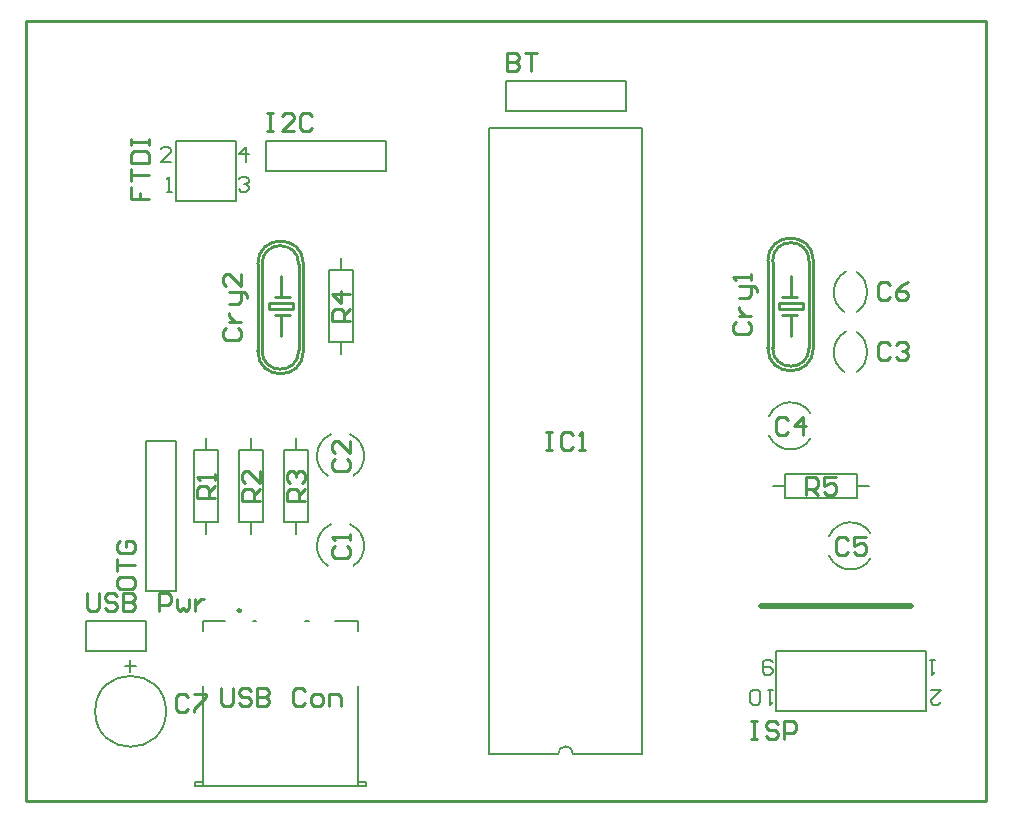
<source format=gto>
%FSLAX25Y25*%
%MOIN*%
G70*
G01*
G75*
G04 Layer_Color=65535*
%ADD10R,0.01400X0.06500*%
%ADD11R,0.06500X0.01400*%
%ADD12C,0.02000*%
%ADD13C,0.01400*%
%ADD14C,0.04000*%
%ADD15R,0.04000X0.04000*%
G04:AMPARAMS|DCode=16|XSize=60mil|YSize=100mil|CornerRadius=0mil|HoleSize=0mil|Usage=FLASHONLY|Rotation=270.000|XOffset=0mil|YOffset=0mil|HoleType=Round|Shape=Octagon|*
%AMOCTAGOND16*
4,1,8,0.05000,0.01500,0.05000,-0.01500,0.03500,-0.03000,-0.03500,-0.03000,-0.05000,-0.01500,-0.05000,0.01500,-0.03500,0.03000,0.03500,0.03000,0.05000,0.01500,0.0*
%
%ADD16OCTAGOND16*%

G04:AMPARAMS|DCode=17|XSize=100mil|YSize=60mil|CornerRadius=0mil|HoleSize=0mil|Usage=FLASHONLY|Rotation=180.000|XOffset=0mil|YOffset=0mil|HoleType=Round|Shape=Octagon|*
%AMOCTAGOND17*
4,1,8,-0.05000,0.01500,-0.05000,-0.01500,-0.03500,-0.03000,0.03500,-0.03000,0.05000,-0.01500,0.05000,0.01500,0.03500,0.03000,-0.03500,0.03000,-0.05000,0.01500,0.0*
%
%ADD17OCTAGOND17*%

%ADD18P,0.07577X8X22.5*%
%ADD19C,0.14961*%
G04:AMPARAMS|DCode=20|XSize=55mil|YSize=80mil|CornerRadius=0mil|HoleSize=0mil|Usage=FLASHONLY|Rotation=0.000|XOffset=0mil|YOffset=0mil|HoleType=Round|Shape=Octagon|*
%AMOCTAGOND20*
4,1,8,-0.01375,0.04000,0.01375,0.04000,0.02750,0.02625,0.02750,-0.02625,0.01375,-0.04000,-0.01375,-0.04000,-0.02750,-0.02625,-0.02750,0.02625,-0.01375,0.04000,0.0*
%
%ADD20OCTAGOND20*%

G04:AMPARAMS|DCode=21|XSize=60mil|YSize=100mil|CornerRadius=0mil|HoleSize=0mil|Usage=FLASHONLY|Rotation=180.000|XOffset=0mil|YOffset=0mil|HoleType=Round|Shape=Octagon|*
%AMOCTAGOND21*
4,1,8,0.01500,-0.05000,-0.01500,-0.05000,-0.03000,-0.03500,-0.03000,0.03500,-0.01500,0.05000,0.01500,0.05000,0.03000,0.03500,0.03000,-0.03500,0.01500,-0.05000,0.0*
%
%ADD21OCTAGOND21*%

G04:AMPARAMS|DCode=22|XSize=100mil|YSize=60mil|CornerRadius=0mil|HoleSize=0mil|Usage=FLASHONLY|Rotation=90.000|XOffset=0mil|YOffset=0mil|HoleType=Round|Shape=Octagon|*
%AMOCTAGOND22*
4,1,8,0.01500,0.05000,-0.01500,0.05000,-0.03000,0.03500,-0.03000,-0.03500,-0.01500,-0.05000,0.01500,-0.05000,0.03000,-0.03500,0.03000,0.03500,0.01500,0.05000,0.0*
%
%ADD22OCTAGOND22*%

%ADD23P,0.07577X8X112.5*%
%ADD24O,0.06000X0.10000*%
%ADD25C,0.16000*%
%ADD26O,0.10000X0.06000*%
%ADD27C,0.08000*%
%ADD28C,0.01000*%
%ADD29C,0.00787*%
%ADD30C,0.00984*%
%ADD31C,0.00800*%
%ADD32C,0.00591*%
D12*
X910000Y470000D02*
X960000D01*
D28*
X756000Y584000D02*
G03*
X743834Y584000I-6083J0D01*
G01*
Y555000D02*
G03*
X756000Y555000I6083J0D01*
G01*
X757616Y584000D02*
G03*
X742384Y584000I-7616J0D01*
G01*
Y555000D02*
G03*
X757616Y555000I7616J0D01*
G01*
X914000Y556000D02*
G03*
X926165Y556000I6083J0D01*
G01*
Y585000D02*
G03*
X914000Y585000I-6083J0D01*
G01*
X912384Y556000D02*
G03*
X927616Y556000I7616J0D01*
G01*
Y585000D02*
G03*
X912384Y585000I-7616J0D01*
G01*
X756000Y555338D02*
Y584000D01*
X743834Y555000D02*
Y584000D01*
X757616Y555000D02*
Y584000D01*
X742384Y555000D02*
Y584000D01*
X746000Y571000D02*
X754000D01*
X746000Y569000D02*
Y571000D01*
Y569000D02*
X754000D01*
Y571000D01*
X748000Y573000D02*
X753000D01*
X748000Y567000D02*
X753000D01*
X750000Y573000D02*
Y580000D01*
Y560000D02*
Y567000D01*
X914000Y556000D02*
Y584662D01*
X926166Y556000D02*
Y585000D01*
X912384Y556000D02*
Y585000D01*
X927616Y556000D02*
Y585000D01*
X916000Y569000D02*
X924000D01*
Y571000D01*
X916000D02*
X924000D01*
X916000Y569000D02*
Y571000D01*
X917000Y567000D02*
X922000D01*
X917000Y573000D02*
X922000D01*
X920000Y560000D02*
Y567000D01*
Y573000D02*
Y580000D01*
X665000Y405000D02*
X985000D01*
Y665000D01*
X665000D02*
X985000D01*
X665000Y405000D02*
Y665000D01*
X901902Y564499D02*
X900902Y563499D01*
Y561500D01*
X901902Y560500D01*
X905900D01*
X906900Y561500D01*
Y563499D01*
X905900Y564499D01*
X902901Y566498D02*
X906900D01*
X904901D01*
X903901Y567498D01*
X902901Y568497D01*
Y569497D01*
Y572496D02*
X905900D01*
X906900Y573496D01*
Y576495D01*
X907900D01*
X908899Y575495D01*
Y574496D01*
X906900Y576495D02*
X902901D01*
X906900Y578494D02*
Y580493D01*
Y579494D01*
X900902D01*
X901902Y578494D01*
X825600Y654398D02*
Y648400D01*
X828599D01*
X829599Y649400D01*
Y650399D01*
X828599Y651399D01*
X825600D01*
X828599D01*
X829599Y652399D01*
Y653398D01*
X828599Y654398D01*
X825600D01*
X831598D02*
X835597D01*
X833597D01*
Y648400D01*
X768002Y489999D02*
X767002Y488999D01*
Y487000D01*
X768002Y486000D01*
X772000D01*
X773000Y487000D01*
Y488999D01*
X772000Y489999D01*
X773000Y491998D02*
Y493997D01*
Y492998D01*
X767002D01*
X768002Y491998D01*
Y518999D02*
X767002Y517999D01*
Y516000D01*
X768002Y515000D01*
X772000D01*
X773000Y516000D01*
Y517999D01*
X772000Y518999D01*
X773000Y524997D02*
Y520998D01*
X769001Y524997D01*
X768002D01*
X767002Y523997D01*
Y521998D01*
X768002Y520998D01*
X952999Y556998D02*
X951999Y557998D01*
X950000D01*
X949000Y556998D01*
Y553000D01*
X950000Y552000D01*
X951999D01*
X952999Y553000D01*
X954998Y556998D02*
X955998Y557998D01*
X957997D01*
X958997Y556998D01*
Y555999D01*
X957997Y554999D01*
X956997D01*
X957997D01*
X958997Y553999D01*
Y553000D01*
X957997Y552000D01*
X955998D01*
X954998Y553000D01*
X918999Y531998D02*
X917999Y532998D01*
X916000D01*
X915000Y531998D01*
Y528000D01*
X916000Y527000D01*
X917999D01*
X918999Y528000D01*
X923997Y527000D02*
Y532998D01*
X920998Y529999D01*
X924997D01*
X938999Y491998D02*
X937999Y492998D01*
X936000D01*
X935000Y491998D01*
Y488000D01*
X936000Y487000D01*
X937999D01*
X938999Y488000D01*
X944997Y492998D02*
X940998D01*
Y489999D01*
X942997Y490999D01*
X943997D01*
X944997Y489999D01*
Y488000D01*
X943997Y487000D01*
X941998D01*
X940998Y488000D01*
X952999Y576998D02*
X951999Y577998D01*
X950000D01*
X949000Y576998D01*
Y573000D01*
X950000Y572000D01*
X951999D01*
X952999Y573000D01*
X958997Y577998D02*
X956997Y576998D01*
X954998Y574999D01*
Y573000D01*
X955998Y572000D01*
X957997D01*
X958997Y573000D01*
Y573999D01*
X957997Y574999D01*
X954998D01*
X719199Y439598D02*
X718199Y440598D01*
X716200D01*
X715200Y439598D01*
Y435600D01*
X716200Y434600D01*
X718199D01*
X719199Y435600D01*
X721198Y440598D02*
X725197D01*
Y439598D01*
X721198Y435600D01*
Y434600D01*
X731902Y562499D02*
X730902Y561499D01*
Y559500D01*
X731902Y558500D01*
X735900D01*
X736900Y559500D01*
Y561499D01*
X735900Y562499D01*
X732901Y564498D02*
X736900D01*
X734901D01*
X733901Y565498D01*
X732901Y566497D01*
Y567497D01*
Y570496D02*
X735900D01*
X736900Y571496D01*
Y574495D01*
X737900D01*
X738899Y573495D01*
Y572496D01*
X736900Y574495D02*
X732901D01*
X736900Y580493D02*
Y576494D01*
X732901Y580493D01*
X731902D01*
X730902Y579493D01*
Y577494D01*
X731902Y576494D01*
X700202Y609599D02*
Y605600D01*
X703201D01*
Y607599D01*
Y605600D01*
X706200D01*
X700202Y611598D02*
Y615597D01*
Y613597D01*
X706200D01*
X700202Y617596D02*
X706200D01*
Y620595D01*
X705200Y621595D01*
X701202D01*
X700202Y620595D01*
Y617596D01*
Y623594D02*
Y625594D01*
Y624594D01*
X706200D01*
Y623594D01*
Y625594D01*
X745600Y634398D02*
X747599D01*
X746600D01*
Y628400D01*
X745600D01*
X747599D01*
X754597D02*
X750598D01*
X754597Y632399D01*
Y633398D01*
X753597Y634398D01*
X751598D01*
X750598Y633398D01*
X760595D02*
X759595Y634398D01*
X757596D01*
X756596Y633398D01*
Y629400D01*
X757596Y628400D01*
X759595D01*
X760595Y629400D01*
X838500Y527998D02*
X840499D01*
X839500D01*
Y522000D01*
X838500D01*
X840499D01*
X847497Y526998D02*
X846497Y527998D01*
X844498D01*
X843498Y526998D01*
Y523000D01*
X844498Y522000D01*
X846497D01*
X847497Y523000D01*
X849496Y522000D02*
X851496D01*
X850496D01*
Y527998D01*
X849496Y526998D01*
X906700Y431598D02*
X908699D01*
X907700D01*
Y425600D01*
X906700D01*
X908699D01*
X915697Y430598D02*
X914697Y431598D01*
X912698D01*
X911698Y430598D01*
Y429599D01*
X912698Y428599D01*
X914697D01*
X915697Y427599D01*
Y426600D01*
X914697Y425600D01*
X912698D01*
X911698Y426600D01*
X917696Y425600D02*
Y431598D01*
X920695D01*
X921695Y430598D01*
Y428599D01*
X920695Y427599D01*
X917696D01*
X695602Y478599D02*
Y476600D01*
X696602Y475600D01*
X700600D01*
X701600Y476600D01*
Y478599D01*
X700600Y479599D01*
X696602D01*
X695602Y478599D01*
Y481598D02*
Y485597D01*
Y483597D01*
X701600D01*
X696602Y491595D02*
X695602Y490595D01*
Y488596D01*
X696602Y487596D01*
X700600D01*
X701600Y488596D01*
Y490595D01*
X700600Y491595D01*
X698601D01*
Y489596D01*
X728000Y506000D02*
X722002D01*
Y508999D01*
X723002Y509999D01*
X725001D01*
X726001Y508999D01*
Y506000D01*
Y507999D02*
X728000Y509999D01*
Y511998D02*
Y513997D01*
Y512998D01*
X722002D01*
X723002Y511998D01*
X743000Y505000D02*
X737002D01*
Y507999D01*
X738002Y508999D01*
X740001D01*
X741001Y507999D01*
Y505000D01*
Y506999D02*
X743000Y508999D01*
Y514997D02*
Y510998D01*
X739001Y514997D01*
X738002D01*
X737002Y513997D01*
Y511998D01*
X738002Y510998D01*
X758000Y505000D02*
X752002D01*
Y507999D01*
X753002Y508999D01*
X755001D01*
X756001Y507999D01*
Y505000D01*
Y506999D02*
X758000Y508999D01*
X753002Y510998D02*
X752002Y511998D01*
Y513997D01*
X753002Y514997D01*
X754001D01*
X755001Y513997D01*
Y512997D01*
Y513997D01*
X756001Y514997D01*
X757000D01*
X758000Y513997D01*
Y511998D01*
X757000Y510998D01*
X773000Y565000D02*
X767002D01*
Y567999D01*
X768002Y568999D01*
X770001D01*
X771001Y567999D01*
Y565000D01*
Y566999D02*
X773000Y568999D01*
Y573997D02*
X767002D01*
X770001Y570998D01*
Y574997D01*
X925000Y507000D02*
Y512998D01*
X927999D01*
X928999Y511998D01*
Y509999D01*
X927999Y508999D01*
X925000D01*
X926999D02*
X928999Y507000D01*
X934997Y512998D02*
X930998D01*
Y509999D01*
X932997Y510999D01*
X933997D01*
X934997Y509999D01*
Y508000D01*
X933997Y507000D01*
X931998D01*
X930998Y508000D01*
X730000Y442498D02*
Y437500D01*
X731000Y436500D01*
X732999D01*
X733999Y437500D01*
Y442498D01*
X739997Y441498D02*
X738997Y442498D01*
X736998D01*
X735998Y441498D01*
Y440499D01*
X736998Y439499D01*
X738997D01*
X739997Y438499D01*
Y437500D01*
X738997Y436500D01*
X736998D01*
X735998Y437500D01*
X741996Y442498D02*
Y436500D01*
X744995D01*
X745995Y437500D01*
Y438499D01*
X744995Y439499D01*
X741996D01*
X744995D01*
X745995Y440499D01*
Y441498D01*
X744995Y442498D01*
X741996D01*
X757991Y441498D02*
X756991Y442498D01*
X754992D01*
X753992Y441498D01*
Y437500D01*
X754992Y436500D01*
X756991D01*
X757991Y437500D01*
X760990Y436500D02*
X762989D01*
X763989Y437500D01*
Y439499D01*
X762989Y440499D01*
X760990D01*
X759990Y439499D01*
Y437500D01*
X760990Y436500D01*
X765988D02*
Y440499D01*
X768987D01*
X769987Y439499D01*
Y436500D01*
X685600Y474398D02*
Y469400D01*
X686600Y468400D01*
X688599D01*
X689599Y469400D01*
Y474398D01*
X695597Y473398D02*
X694597Y474398D01*
X692598D01*
X691598Y473398D01*
Y472399D01*
X692598Y471399D01*
X694597D01*
X695597Y470399D01*
Y469400D01*
X694597Y468400D01*
X692598D01*
X691598Y469400D01*
X697596Y474398D02*
Y468400D01*
X700595D01*
X701595Y469400D01*
Y470399D01*
X700595Y471399D01*
X697596D01*
X700595D01*
X701595Y472399D01*
Y473398D01*
X700595Y474398D01*
X697596D01*
X709592Y468400D02*
Y474398D01*
X712591D01*
X713591Y473398D01*
Y471399D01*
X712591Y470399D01*
X709592D01*
X715590Y472399D02*
Y469400D01*
X716590Y468400D01*
X717590Y469400D01*
X718589Y468400D01*
X719589Y469400D01*
Y472399D01*
X721588D02*
Y468400D01*
Y470399D01*
X722588Y471399D01*
X723588Y472399D01*
X724587D01*
D29*
X847500Y420669D02*
G03*
X842500Y420669I-2500J0D01*
G01*
X766726Y527161D02*
G03*
X765768Y513360I3274J-7161D01*
G01*
X774232D02*
G03*
X773274Y527161I-4232J6640D01*
G01*
X766726Y497161D02*
G03*
X765768Y483360I3274J-7161D01*
G01*
X774232D02*
G03*
X773274Y497161I-4232J6640D01*
G01*
X711811Y434874D02*
G03*
X711811Y434874I-11811J0D01*
G01*
X932839Y486726D02*
G03*
X946640Y485768I7161J3274D01*
G01*
Y494232D02*
G03*
X932839Y493274I-6640J-4232D01*
G01*
X912839Y526726D02*
G03*
X926640Y525768I7161J3274D01*
G01*
Y534232D02*
G03*
X912839Y533274I-6640J-4232D01*
G01*
X942000Y548000D02*
G03*
X941902Y561341I-4232J6640D01*
G01*
X938500Y561500D02*
G03*
X938031Y547943I3763J-6917D01*
G01*
X942000Y568000D02*
G03*
X941902Y581341I-4232J6640D01*
G01*
X938500Y581500D02*
G03*
X938031Y567943I3763J-6917D01*
G01*
X847500Y420669D02*
X870394D01*
X819606D02*
X842500D01*
X819606Y629331D02*
X870394D01*
Y420669D02*
Y629331D01*
X819606Y420669D02*
Y629331D01*
X715000Y605000D02*
X735000D01*
Y625000D01*
X715000Y605000D02*
Y625000D01*
X735000D01*
X721457Y411260D02*
X724154D01*
X721457Y410000D02*
Y411260D01*
Y410000D02*
X724154D01*
Y465118D02*
X731496D01*
X740945D02*
X741772D01*
X758228D02*
X759488D01*
X768071D02*
X775846D01*
Y410000D02*
Y443386D01*
Y461496D02*
Y465118D01*
X724154Y410000D02*
Y443386D01*
Y461496D02*
Y465118D01*
Y410000D02*
X775846D01*
Y411260D02*
X778543D01*
Y410000D02*
Y411260D01*
X775846Y410000D02*
X778543D01*
X915000Y435000D02*
Y455000D01*
X965000Y435000D02*
Y455000D01*
X915000Y435000D02*
X965000D01*
X915000Y455000D02*
X965000D01*
X942000Y510000D02*
X946000D01*
X914000D02*
X918000D01*
Y506000D02*
X942000D01*
Y514000D01*
X918000D02*
X942000D01*
X918000Y506000D02*
Y514000D01*
X725000Y522000D02*
Y526000D01*
Y494000D02*
Y498000D01*
X729000D02*
Y522000D01*
X721000D02*
X729000D01*
X721000Y498000D02*
Y522000D01*
Y498000D02*
X729000D01*
X740000Y522000D02*
Y526000D01*
Y494000D02*
Y498000D01*
X744000D02*
Y522000D01*
X736000D02*
X744000D01*
X736000Y498000D02*
Y522000D01*
Y498000D02*
X744000D01*
X755000Y522000D02*
Y526000D01*
Y494000D02*
Y498000D01*
X759000D02*
Y522000D01*
X751000D02*
X759000D01*
X751000Y498000D02*
Y522000D01*
Y498000D02*
X759000D01*
X770000Y582000D02*
Y586000D01*
Y554000D02*
Y558000D01*
X774000D02*
Y582000D01*
X766000D02*
X774000D01*
X766000Y558000D02*
Y582000D01*
Y558000D02*
X774000D01*
X785000Y615000D02*
Y625000D01*
X745000Y615000D02*
X785000D01*
X745000Y625000D02*
X785000D01*
X745000Y615000D02*
Y625000D01*
X685000Y465000D02*
X705000D01*
X685000Y455000D02*
Y465000D01*
Y455000D02*
X705000D01*
Y465000D01*
Y525000D02*
X715000D01*
Y475000D02*
Y525000D01*
X705000Y475000D02*
Y525000D01*
Y475000D02*
X715000D01*
X825000Y635000D02*
Y645000D01*
X865000D01*
X825000Y635000D02*
X865000D01*
Y645000D01*
D30*
X736713Y468425D02*
G03*
X736713Y468425I-492J0D01*
G01*
D31*
X736000Y612165D02*
X736833Y612998D01*
X738499D01*
X739332Y612165D01*
Y611332D01*
X738499Y610499D01*
X737666D01*
X738499D01*
X739332Y609666D01*
Y608833D01*
X738499Y608000D01*
X736833D01*
X736000Y608833D01*
X738499Y618000D02*
Y622998D01*
X736000Y620499D01*
X739332D01*
X713332Y618000D02*
X710000D01*
X713332Y621332D01*
Y622165D01*
X712499Y622998D01*
X710833D01*
X710000Y622165D01*
X712000Y608000D02*
X713666D01*
X712833D01*
Y612998D01*
X712000Y612165D01*
X966668Y442000D02*
X970000D01*
X966668Y438668D01*
Y437835D01*
X967501Y437002D01*
X969167D01*
X970000Y437835D01*
X968000Y452000D02*
X966334D01*
X967167D01*
Y447002D01*
X968000Y447835D01*
X914000Y451167D02*
X913167Y452000D01*
X911501D01*
X910668Y451167D01*
Y447835D01*
X911501Y447002D01*
X913167D01*
X914000Y447835D01*
Y448668D01*
X913167Y449501D01*
X910668D01*
X914000Y442000D02*
X912334D01*
X913167D01*
Y437002D01*
X914000Y437835D01*
X909835D02*
X909002Y437002D01*
X907335D01*
X906502Y437835D01*
Y441167D01*
X907335Y442000D01*
X909002D01*
X909835Y441167D01*
Y437835D01*
D32*
X699952Y452000D02*
Y448064D01*
X701920Y450032D02*
X697984D01*
M02*

</source>
